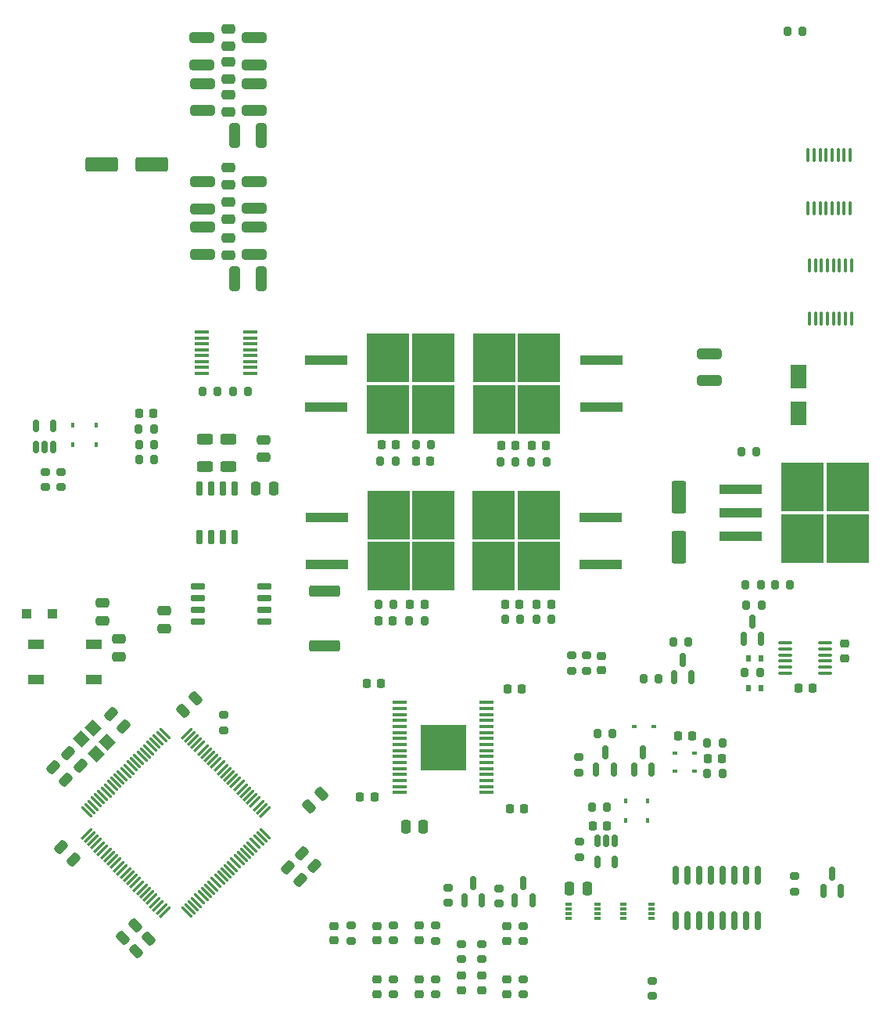
<source format=gtp>
%TF.GenerationSoftware,KiCad,Pcbnew,(6.0.7)*%
%TF.CreationDate,2022-10-10T22:00:34-03:00*%
%TF.ProjectId,uEFI_rev3,75454649-5f72-4657-9633-2e6b69636164,v3.0*%
%TF.SameCoordinates,Original*%
%TF.FileFunction,Paste,Top*%
%TF.FilePolarity,Positive*%
%FSLAX46Y46*%
G04 Gerber Fmt 4.6, Leading zero omitted, Abs format (unit mm)*
G04 Created by KiCad (PCBNEW (6.0.7)) date 2022-10-10 22:00:34*
%MOMM*%
%LPD*%
G01*
G04 APERTURE LIST*
G04 Aperture macros list*
%AMRoundRect*
0 Rectangle with rounded corners*
0 $1 Rounding radius*
0 $2 $3 $4 $5 $6 $7 $8 $9 X,Y pos of 4 corners*
0 Add a 4 corners polygon primitive as box body*
4,1,4,$2,$3,$4,$5,$6,$7,$8,$9,$2,$3,0*
0 Add four circle primitives for the rounded corners*
1,1,$1+$1,$2,$3*
1,1,$1+$1,$4,$5*
1,1,$1+$1,$6,$7*
1,1,$1+$1,$8,$9*
0 Add four rect primitives between the rounded corners*
20,1,$1+$1,$2,$3,$4,$5,0*
20,1,$1+$1,$4,$5,$6,$7,0*
20,1,$1+$1,$6,$7,$8,$9,0*
20,1,$1+$1,$8,$9,$2,$3,0*%
%AMRotRect*
0 Rectangle, with rotation*
0 The origin of the aperture is its center*
0 $1 length*
0 $2 width*
0 $3 Rotation angle, in degrees counterclockwise*
0 Add horizontal line*
21,1,$1,$2,0,0,$3*%
G04 Aperture macros list end*
%ADD10R,1.600200X0.431800*%
%ADD11R,4.953000X4.953000*%
%ADD12RoundRect,0.225000X0.225000X0.250000X-0.225000X0.250000X-0.225000X-0.250000X0.225000X-0.250000X0*%
%ADD13RoundRect,0.200000X0.200000X0.275000X-0.200000X0.275000X-0.200000X-0.275000X0.200000X-0.275000X0*%
%ADD14RoundRect,0.200000X-0.200000X-0.275000X0.200000X-0.275000X0.200000X0.275000X-0.200000X0.275000X0*%
%ADD15RoundRect,0.150000X0.150000X-0.512500X0.150000X0.512500X-0.150000X0.512500X-0.150000X-0.512500X0*%
%ADD16RoundRect,0.200000X-0.275000X0.200000X-0.275000X-0.200000X0.275000X-0.200000X0.275000X0.200000X0*%
%ADD17RoundRect,0.200000X0.275000X-0.200000X0.275000X0.200000X-0.275000X0.200000X-0.275000X-0.200000X0*%
%ADD18R,0.600000X0.700000*%
%ADD19RoundRect,0.225000X-0.225000X-0.250000X0.225000X-0.250000X0.225000X0.250000X-0.225000X0.250000X0*%
%ADD20RoundRect,0.250000X0.250000X0.475000X-0.250000X0.475000X-0.250000X-0.475000X0.250000X-0.475000X0*%
%ADD21RoundRect,0.250000X0.512652X0.159099X0.159099X0.512652X-0.512652X-0.159099X-0.159099X-0.512652X0*%
%ADD22RoundRect,0.250000X0.475000X-0.250000X0.475000X0.250000X-0.475000X0.250000X-0.475000X-0.250000X0*%
%ADD23RoundRect,0.150000X0.150000X-0.587500X0.150000X0.587500X-0.150000X0.587500X-0.150000X-0.587500X0*%
%ADD24RoundRect,0.218750X-0.256250X0.218750X-0.256250X-0.218750X0.256250X-0.218750X0.256250X0.218750X0*%
%ADD25RoundRect,0.250000X0.550000X-1.500000X0.550000X1.500000X-0.550000X1.500000X-0.550000X-1.500000X0*%
%ADD26RoundRect,0.150000X-0.150000X0.825000X-0.150000X-0.825000X0.150000X-0.825000X0.150000X0.825000X0*%
%ADD27RoundRect,0.250000X-0.512652X-0.159099X-0.159099X-0.512652X0.512652X0.159099X0.159099X0.512652X0*%
%ADD28R,0.450000X0.600000*%
%ADD29RoundRect,0.100000X0.100000X-0.637500X0.100000X0.637500X-0.100000X0.637500X-0.100000X-0.637500X0*%
%ADD30R,1.100000X1.100000*%
%ADD31R,0.800000X0.300000*%
%ADD32RoundRect,0.100000X-0.625000X-0.100000X0.625000X-0.100000X0.625000X0.100000X-0.625000X0.100000X0*%
%ADD33RoundRect,0.250000X-1.075000X0.312500X-1.075000X-0.312500X1.075000X-0.312500X1.075000X0.312500X0*%
%ADD34RoundRect,0.075000X-0.565685X0.459619X0.459619X-0.565685X0.565685X-0.459619X-0.459619X0.565685X0*%
%ADD35RoundRect,0.075000X-0.565685X-0.459619X-0.459619X-0.565685X0.565685X0.459619X0.459619X0.565685X0*%
%ADD36R,1.800000X2.500000*%
%ADD37R,0.600000X0.450000*%
%ADD38RoundRect,0.250000X0.159099X-0.512652X0.512652X-0.159099X-0.159099X0.512652X-0.512652X0.159099X0*%
%ADD39RoundRect,0.250000X-0.625000X0.312500X-0.625000X-0.312500X0.625000X-0.312500X0.625000X0.312500X0*%
%ADD40R,4.550000X5.250000*%
%ADD41R,4.600000X1.100000*%
%ADD42RoundRect,0.250000X-0.159099X0.512652X-0.512652X0.159099X0.159099X-0.512652X0.512652X-0.159099X0*%
%ADD43RoundRect,0.250000X-1.500000X-0.550000X1.500000X-0.550000X1.500000X0.550000X-1.500000X0.550000X0*%
%ADD44RoundRect,0.150000X-0.650000X-0.150000X0.650000X-0.150000X0.650000X0.150000X-0.650000X0.150000X0*%
%ADD45RoundRect,0.250000X-0.250000X-0.475000X0.250000X-0.475000X0.250000X0.475000X-0.250000X0.475000X0*%
%ADD46RoundRect,0.250000X-1.425000X0.362500X-1.425000X-0.362500X1.425000X-0.362500X1.425000X0.362500X0*%
%ADD47RoundRect,0.250000X0.312500X1.075000X-0.312500X1.075000X-0.312500X-1.075000X0.312500X-1.075000X0*%
%ADD48RoundRect,0.150000X-0.150000X0.512500X-0.150000X-0.512500X0.150000X-0.512500X0.150000X0.512500X0*%
%ADD49RoundRect,0.225000X-0.250000X0.225000X-0.250000X-0.225000X0.250000X-0.225000X0.250000X0.225000X0*%
%ADD50RoundRect,0.250000X-0.475000X0.250000X-0.475000X-0.250000X0.475000X-0.250000X0.475000X0.250000X0*%
%ADD51RoundRect,0.225000X0.250000X-0.225000X0.250000X0.225000X-0.250000X0.225000X-0.250000X-0.225000X0*%
%ADD52R,1.640000X0.410000*%
%ADD53R,1.700000X1.000000*%
%ADD54RoundRect,0.250000X1.075000X-0.312500X1.075000X0.312500X-1.075000X0.312500X-1.075000X-0.312500X0*%
%ADD55RoundRect,0.150000X0.150000X-0.650000X0.150000X0.650000X-0.150000X0.650000X-0.150000X-0.650000X0*%
%ADD56RotRect,1.400000X1.200000X135.000000*%
G04 APERTURE END LIST*
D10*
%TO.C,U1*%
X101092000Y-118059200D03*
X101092000Y-118719600D03*
X101092000Y-119354600D03*
X101092000Y-120015000D03*
X101092000Y-120650000D03*
X101092000Y-121310400D03*
X101092000Y-121970800D03*
X101092000Y-122605800D03*
X101092000Y-123266200D03*
X101092000Y-123901200D03*
X101092000Y-124561600D03*
X101092000Y-125222000D03*
X101092000Y-125857000D03*
X101092000Y-126517400D03*
X101092000Y-127152400D03*
X101092000Y-127812800D03*
X110490000Y-127812800D03*
X110490000Y-127152400D03*
X110490000Y-126517400D03*
X110490000Y-125857000D03*
X110490000Y-125222000D03*
X110490000Y-124561600D03*
X110490000Y-123901200D03*
X110490000Y-123266200D03*
X110490000Y-122605800D03*
X110490000Y-121970800D03*
X110490000Y-121310400D03*
X110490000Y-120650000D03*
X110490000Y-120015000D03*
X110490000Y-119354600D03*
X110490000Y-118719600D03*
X110490000Y-118059200D03*
D11*
X105791000Y-122936000D03*
%TD*%
D12*
%TO.C,C49*%
X74409500Y-86804500D03*
X72859500Y-86804500D03*
%TD*%
D13*
%TO.C,R87*%
X74459500Y-88455500D03*
X72809500Y-88455500D03*
%TD*%
%TO.C,R92*%
X74485000Y-90170000D03*
X72835000Y-90170000D03*
%TD*%
D14*
%TO.C,R97*%
X72835000Y-91821000D03*
X74485000Y-91821000D03*
%TD*%
D15*
%TO.C,U31*%
X61661000Y-90418500D03*
X62611000Y-90418500D03*
X63561000Y-90418500D03*
X63561000Y-88143500D03*
X61661000Y-88143500D03*
%TD*%
D16*
%TO.C,R108*%
X64389000Y-93125300D03*
X64389000Y-94775300D03*
%TD*%
D17*
%TO.C,R109*%
X62746800Y-94767100D03*
X62746800Y-93117100D03*
%TD*%
D14*
%TO.C,R122*%
X82995000Y-84455000D03*
X84645000Y-84455000D03*
%TD*%
D18*
%TO.C,D2*%
X138800000Y-113298000D03*
X140200000Y-113298000D03*
%TD*%
D19*
%TO.C,C21*%
X115909000Y-107442000D03*
X117459000Y-107442000D03*
%TD*%
D16*
%TO.C,R34*%
X120500000Y-123975000D03*
X120500000Y-125625000D03*
%TD*%
D17*
%TO.C,R4*%
X100400000Y-149625000D03*
X100400000Y-147975000D03*
%TD*%
D20*
%TO.C,C14*%
X121350000Y-138150000D03*
X119450000Y-138150000D03*
%TD*%
D21*
%TO.C,C11*%
X64921751Y-126421751D03*
X63578249Y-125078249D03*
%TD*%
D22*
%TO.C,C9*%
X70699000Y-113101600D03*
X70699000Y-111201600D03*
%TD*%
D23*
%TO.C,U8*%
X146950000Y-138437500D03*
X148850000Y-138437500D03*
X147900000Y-136562500D03*
%TD*%
D17*
%TO.C,R27*%
X105000000Y-143850000D03*
X105000000Y-142200000D03*
%TD*%
D23*
%TO.C,Q5*%
X138300000Y-111187500D03*
X140200000Y-111187500D03*
X139250000Y-109312500D03*
%TD*%
D14*
%TO.C,R11*%
X111982000Y-92070000D03*
X113632000Y-92070000D03*
%TD*%
D17*
%TO.C,R24*%
X107800000Y-145825000D03*
X107800000Y-144175000D03*
%TD*%
D14*
%TO.C,R12*%
X112459000Y-109042000D03*
X114109000Y-109042000D03*
%TD*%
D12*
%TO.C,C27*%
X114567000Y-129590800D03*
X113017000Y-129590800D03*
%TD*%
%TO.C,C23*%
X113607000Y-90270000D03*
X112057000Y-90270000D03*
%TD*%
D19*
%TO.C,C33*%
X144225000Y-116500000D03*
X145775000Y-116500000D03*
%TD*%
D24*
%TO.C,D7*%
X107800000Y-147612500D03*
X107800000Y-149187500D03*
%TD*%
D25*
%TO.C,C31*%
X131318000Y-101252000D03*
X131318000Y-95852000D03*
%TD*%
D24*
%TO.C,D1*%
X103200000Y-148012500D03*
X103200000Y-149587500D03*
%TD*%
D21*
%TO.C,C13*%
X65771751Y-135071751D03*
X64428249Y-133728249D03*
%TD*%
D12*
%TO.C,C25*%
X100632000Y-90170000D03*
X99082000Y-90170000D03*
%TD*%
D17*
%TO.C,R25*%
X95800000Y-143825000D03*
X95800000Y-142175000D03*
%TD*%
D26*
%TO.C,U2*%
X139845000Y-136725000D03*
X138575000Y-136725000D03*
X137305000Y-136725000D03*
X136035000Y-136725000D03*
X134765000Y-136725000D03*
X133495000Y-136725000D03*
X132225000Y-136725000D03*
X130955000Y-136725000D03*
X130955000Y-141675000D03*
X132225000Y-141675000D03*
X133495000Y-141675000D03*
X134765000Y-141675000D03*
X136035000Y-141675000D03*
X137305000Y-141675000D03*
X138575000Y-141675000D03*
X139845000Y-141675000D03*
%TD*%
D27*
%TO.C,C3*%
X65151000Y-123571000D03*
X66494502Y-124914502D03*
%TD*%
D14*
%TO.C,R14*%
X102118000Y-109220000D03*
X103768000Y-109220000D03*
%TD*%
D22*
%TO.C,C54*%
X82542400Y-69704000D03*
X82542400Y-67804000D03*
%TD*%
D28*
%TO.C,D17*%
X65659000Y-88104000D03*
X65659000Y-90204000D03*
%TD*%
D13*
%TO.C,R15*%
X116982000Y-92070000D03*
X115332000Y-92070000D03*
%TD*%
D29*
%TO.C,U20*%
X145426000Y-76522500D03*
X146076000Y-76522500D03*
X146726000Y-76522500D03*
X147376000Y-76522500D03*
X148026000Y-76522500D03*
X148676000Y-76522500D03*
X149326000Y-76522500D03*
X149976000Y-76522500D03*
X149976000Y-70797500D03*
X149326000Y-70797500D03*
X148676000Y-70797500D03*
X148026000Y-70797500D03*
X147376000Y-70797500D03*
X146726000Y-70797500D03*
X146076000Y-70797500D03*
X145426000Y-70797500D03*
%TD*%
D24*
%TO.C,D6*%
X110000000Y-147612500D03*
X110000000Y-149187500D03*
%TD*%
D30*
%TO.C,D14*%
X60650000Y-108500000D03*
X63450000Y-108500000D03*
%TD*%
D29*
%TO.C,U22*%
X145299000Y-64584500D03*
X145949000Y-64584500D03*
X146599000Y-64584500D03*
X147249000Y-64584500D03*
X147899000Y-64584500D03*
X148549000Y-64584500D03*
X149199000Y-64584500D03*
X149849000Y-64584500D03*
X149849000Y-58859500D03*
X149199000Y-58859500D03*
X148549000Y-58859500D03*
X147899000Y-58859500D03*
X147249000Y-58859500D03*
X146599000Y-58859500D03*
X145949000Y-58859500D03*
X145299000Y-58859500D03*
%TD*%
D24*
%TO.C,D10*%
X103200000Y-142200000D03*
X103200000Y-143775000D03*
%TD*%
D31*
%TO.C,U11*%
X119350000Y-139900000D03*
X119350000Y-140400000D03*
X119350000Y-140900000D03*
X119350000Y-141400000D03*
X122450000Y-141400000D03*
X122450000Y-140900000D03*
X122450000Y-140400000D03*
X122450000Y-139900000D03*
%TD*%
D28*
%TO.C,D20*%
X68199000Y-90204000D03*
X68199000Y-88104000D03*
%TD*%
D16*
%TO.C,R7*%
X121285000Y-112967000D03*
X121285000Y-114617000D03*
%TD*%
D32*
%TO.C,U6*%
X142850000Y-111625000D03*
X142850000Y-112275000D03*
X142850000Y-112925000D03*
X142850000Y-113575000D03*
X142850000Y-114225000D03*
X142850000Y-114875000D03*
X147150000Y-114875000D03*
X147150000Y-114225000D03*
X147150000Y-113575000D03*
X147150000Y-112925000D03*
X147150000Y-112275000D03*
X147150000Y-111625000D03*
%TD*%
D33*
%TO.C,R116*%
X85328000Y-46172700D03*
X85328000Y-49097700D03*
%TD*%
D23*
%TO.C,Q8*%
X113529334Y-139467763D03*
X115429334Y-139467763D03*
X114479334Y-137592763D03*
%TD*%
D14*
%TO.C,R58*%
X127475000Y-115500000D03*
X129125000Y-115500000D03*
%TD*%
D16*
%TO.C,R31*%
X111812334Y-138164763D03*
X111812334Y-139814763D03*
%TD*%
D34*
%TO.C,U3*%
X75650596Y-121394315D03*
X75297043Y-121747868D03*
X74943489Y-122101422D03*
X74589936Y-122454975D03*
X74236383Y-122808528D03*
X73882829Y-123162082D03*
X73529276Y-123515635D03*
X73175722Y-123869189D03*
X72822169Y-124222742D03*
X72468616Y-124576295D03*
X72115062Y-124929849D03*
X71761509Y-125283402D03*
X71407955Y-125636955D03*
X71054402Y-125990509D03*
X70700849Y-126344062D03*
X70347295Y-126697616D03*
X69993742Y-127051169D03*
X69640189Y-127404722D03*
X69286635Y-127758276D03*
X68933082Y-128111829D03*
X68579528Y-128465383D03*
X68225975Y-128818936D03*
X67872422Y-129172489D03*
X67518868Y-129526043D03*
X67165315Y-129879596D03*
D35*
X67165315Y-132248404D03*
X67518868Y-132601957D03*
X67872422Y-132955511D03*
X68225975Y-133309064D03*
X68579528Y-133662617D03*
X68933082Y-134016171D03*
X69286635Y-134369724D03*
X69640189Y-134723278D03*
X69993742Y-135076831D03*
X70347295Y-135430384D03*
X70700849Y-135783938D03*
X71054402Y-136137491D03*
X71407955Y-136491045D03*
X71761509Y-136844598D03*
X72115062Y-137198151D03*
X72468616Y-137551705D03*
X72822169Y-137905258D03*
X73175722Y-138258811D03*
X73529276Y-138612365D03*
X73882829Y-138965918D03*
X74236383Y-139319472D03*
X74589936Y-139673025D03*
X74943489Y-140026578D03*
X75297043Y-140380132D03*
X75650596Y-140733685D03*
D34*
X78019404Y-140733685D03*
X78372957Y-140380132D03*
X78726511Y-140026578D03*
X79080064Y-139673025D03*
X79433617Y-139319472D03*
X79787171Y-138965918D03*
X80140724Y-138612365D03*
X80494278Y-138258811D03*
X80847831Y-137905258D03*
X81201384Y-137551705D03*
X81554938Y-137198151D03*
X81908491Y-136844598D03*
X82262045Y-136491045D03*
X82615598Y-136137491D03*
X82969151Y-135783938D03*
X83322705Y-135430384D03*
X83676258Y-135076831D03*
X84029811Y-134723278D03*
X84383365Y-134369724D03*
X84736918Y-134016171D03*
X85090472Y-133662617D03*
X85444025Y-133309064D03*
X85797578Y-132955511D03*
X86151132Y-132601957D03*
X86504685Y-132248404D03*
D35*
X86504685Y-129879596D03*
X86151132Y-129526043D03*
X85797578Y-129172489D03*
X85444025Y-128818936D03*
X85090472Y-128465383D03*
X84736918Y-128111829D03*
X84383365Y-127758276D03*
X84029811Y-127404722D03*
X83676258Y-127051169D03*
X83322705Y-126697616D03*
X82969151Y-126344062D03*
X82615598Y-125990509D03*
X82262045Y-125636955D03*
X81908491Y-125283402D03*
X81554938Y-124929849D03*
X81201384Y-124576295D03*
X80847831Y-124222742D03*
X80494278Y-123869189D03*
X80140724Y-123515635D03*
X79787171Y-123162082D03*
X79433617Y-122808528D03*
X79080064Y-122454975D03*
X78726511Y-122101422D03*
X78372957Y-121747868D03*
X78019404Y-121394315D03*
%TD*%
D28*
%TO.C,D28*%
X127925000Y-128697000D03*
X127925000Y-130797000D03*
%TD*%
D17*
%TO.C,R26*%
X100400000Y-143800000D03*
X100400000Y-142150000D03*
%TD*%
D24*
%TO.C,D12*%
X112700000Y-142262500D03*
X112700000Y-143837500D03*
%TD*%
D36*
%TO.C,D4*%
X144272000Y-82836000D03*
X144272000Y-86836000D03*
%TD*%
D27*
%TO.C,C16*%
X90506498Y-134406498D03*
X91850000Y-135750000D03*
%TD*%
D12*
%TO.C,C26*%
X100343000Y-109220000D03*
X98793000Y-109220000D03*
%TD*%
D37*
%TO.C,D16*%
X130880000Y-123530000D03*
X132980000Y-123530000D03*
%TD*%
D24*
%TO.C,D8*%
X94000000Y-142212500D03*
X94000000Y-143787500D03*
%TD*%
D38*
%TO.C,C15*%
X77650000Y-118950000D03*
X78993502Y-117606498D03*
%TD*%
D39*
%TO.C,R1*%
X80012000Y-89603900D03*
X80012000Y-92528900D03*
%TD*%
D37*
%TO.C,D11*%
X126458000Y-120650000D03*
X128558000Y-120650000D03*
%TD*%
D33*
%TO.C,R112*%
X79692400Y-61733200D03*
X79692400Y-64658200D03*
%TD*%
D22*
%TO.C,C57*%
X82513000Y-54210000D03*
X82513000Y-52310000D03*
%TD*%
D23*
%TO.C,Q11*%
X122350000Y-125337500D03*
X124250000Y-125337500D03*
X123300000Y-123462500D03*
%TD*%
D40*
%TO.C,Q1*%
X104736000Y-97778000D03*
X99886000Y-97778000D03*
X104736000Y-103328000D03*
X99886000Y-103328000D03*
D41*
X93161000Y-98013000D03*
X93161000Y-103093000D03*
%TD*%
D16*
%TO.C,R46*%
X128397000Y-148146000D03*
X128397000Y-149796000D03*
%TD*%
D42*
%TO.C,C7*%
X72426751Y-142203249D03*
X71083249Y-143546751D03*
%TD*%
D16*
%TO.C,R6*%
X119685000Y-112967000D03*
X119685000Y-114617000D03*
%TD*%
D33*
%TO.C,R119*%
X79713000Y-51143000D03*
X79713000Y-54068000D03*
%TD*%
D37*
%TO.C,D19*%
X130850000Y-125500000D03*
X132950000Y-125500000D03*
%TD*%
D27*
%TO.C,C8*%
X88978249Y-135878249D03*
X90321751Y-137221751D03*
%TD*%
D43*
%TO.C,C42*%
X68800000Y-59900000D03*
X74200000Y-59900000D03*
%TD*%
D19*
%TO.C,C18*%
X102832000Y-91970000D03*
X104382000Y-91970000D03*
%TD*%
D44*
%TO.C,U7*%
X79204000Y-105537000D03*
X79204000Y-106807000D03*
X79204000Y-108077000D03*
X79204000Y-109347000D03*
X86404000Y-109347000D03*
X86404000Y-108077000D03*
X86404000Y-106807000D03*
X86404000Y-105537000D03*
%TD*%
D14*
%TO.C,R22*%
X138511000Y-105360000D03*
X140161000Y-105360000D03*
%TD*%
D45*
%TO.C,C5*%
X85500000Y-94950000D03*
X87400000Y-94950000D03*
%TD*%
D46*
%TO.C,R8*%
X92964000Y-106003500D03*
X92964000Y-111928500D03*
%TD*%
D14*
%TO.C,R33*%
X143066000Y-45466000D03*
X144716000Y-45466000D03*
%TD*%
%TO.C,R10*%
X98743000Y-107420000D03*
X100393000Y-107420000D03*
%TD*%
%TO.C,R59*%
X130675000Y-111500000D03*
X132325000Y-111500000D03*
%TD*%
D12*
%TO.C,C4*%
X132775000Y-121700000D03*
X131225000Y-121700000D03*
%TD*%
D24*
%TO.C,D5*%
X98600000Y-148012500D03*
X98600000Y-149587500D03*
%TD*%
D33*
%TO.C,R117*%
X79663000Y-46193000D03*
X79663000Y-49118000D03*
%TD*%
%TO.C,R118*%
X85328000Y-51111000D03*
X85328000Y-54036000D03*
%TD*%
D40*
%TO.C,Q4*%
X111252000Y-103340000D03*
X111252000Y-97790000D03*
X116102000Y-103340000D03*
X116102000Y-97790000D03*
D41*
X122827000Y-103105000D03*
X122827000Y-98025000D03*
%TD*%
D47*
%TO.C,R120*%
X86090000Y-56728400D03*
X83165000Y-56728400D03*
%TD*%
D23*
%TO.C,Q13*%
X130750000Y-115337500D03*
X132650000Y-115337500D03*
X131700000Y-113462500D03*
%TD*%
D14*
%TO.C,R36*%
X134375000Y-125700000D03*
X136025000Y-125700000D03*
%TD*%
D47*
%TO.C,R115*%
X86119400Y-72268600D03*
X83194400Y-72268600D03*
%TD*%
D23*
%TO.C,Q12*%
X126450000Y-125337500D03*
X128350000Y-125337500D03*
X127400000Y-123462500D03*
%TD*%
D31*
%TO.C,U10*%
X125250000Y-139900000D03*
X125250000Y-140400000D03*
X125250000Y-140900000D03*
X125250000Y-141400000D03*
X128350000Y-141400000D03*
X128350000Y-140900000D03*
X128350000Y-140400000D03*
X128350000Y-139900000D03*
%TD*%
D14*
%TO.C,R35*%
X122468500Y-121400000D03*
X124118500Y-121400000D03*
%TD*%
D13*
%TO.C,R121*%
X81343000Y-84455000D03*
X79693000Y-84455000D03*
%TD*%
D16*
%TO.C,R3*%
X105000000Y-147975000D03*
X105000000Y-149625000D03*
%TD*%
D24*
%TO.C,D13*%
X112700000Y-148012500D03*
X112700000Y-149587500D03*
%TD*%
D14*
%TO.C,R38*%
X134375000Y-122400000D03*
X136025000Y-122400000D03*
%TD*%
D40*
%TO.C,U4*%
X144714000Y-94761000D03*
X144714000Y-100311000D03*
X149564000Y-100311000D03*
X149564000Y-94761000D03*
D41*
X137989000Y-94996000D03*
X137989000Y-97536000D03*
X137989000Y-100076000D03*
%TD*%
D19*
%TO.C,C1*%
X134425000Y-124100000D03*
X135975000Y-124100000D03*
%TD*%
D24*
%TO.C,D9*%
X98600000Y-142225000D03*
X98600000Y-143800000D03*
%TD*%
D38*
%TO.C,C12*%
X91228249Y-129322751D03*
X92571751Y-127979249D03*
%TD*%
D48*
%TO.C,U27*%
X124369000Y-133054500D03*
X123419000Y-133054500D03*
X122469000Y-133054500D03*
X122469000Y-135329500D03*
X124369000Y-135329500D03*
%TD*%
D12*
%TO.C,C24*%
X114059000Y-107442000D03*
X112509000Y-107442000D03*
%TD*%
D49*
%TO.C,C36*%
X149250000Y-111725000D03*
X149250000Y-113275000D03*
%TD*%
D50*
%TO.C,C55*%
X82513000Y-48754000D03*
X82513000Y-50654000D03*
%TD*%
D13*
%TO.C,R19*%
X140253000Y-107500000D03*
X138603000Y-107500000D03*
%TD*%
%TO.C,R82*%
X123543000Y-129366000D03*
X121893000Y-129366000D03*
%TD*%
D50*
%TO.C,C52*%
X82542400Y-63928000D03*
X82542400Y-65828000D03*
%TD*%
D42*
%TO.C,C6*%
X73914000Y-143637000D03*
X72570498Y-144980502D03*
%TD*%
D17*
%TO.C,R2*%
X82000000Y-121050000D03*
X82000000Y-119400000D03*
%TD*%
D19*
%TO.C,C20*%
X115357000Y-90270000D03*
X116907000Y-90270000D03*
%TD*%
%TO.C,C29*%
X96786400Y-128270000D03*
X98336400Y-128270000D03*
%TD*%
D33*
%TO.C,R114*%
X79742400Y-66683200D03*
X79742400Y-69608200D03*
%TD*%
D40*
%TO.C,Q2*%
X99836000Y-80815600D03*
X104686000Y-80815600D03*
X99836000Y-86365600D03*
X104686000Y-86365600D03*
D41*
X93111000Y-81050600D03*
X93111000Y-86130600D03*
%TD*%
D18*
%TO.C,D3*%
X140200000Y-116500000D03*
X138800000Y-116500000D03*
%TD*%
D13*
%TO.C,R16*%
X117534000Y-109042000D03*
X115884000Y-109042000D03*
%TD*%
%TO.C,R23*%
X143361000Y-105360000D03*
X141711000Y-105360000D03*
%TD*%
D40*
%TO.C,Q3*%
X116182000Y-80796600D03*
X116182000Y-86346600D03*
X111332000Y-80796600D03*
X111332000Y-86346600D03*
D41*
X122907000Y-86111600D03*
X122907000Y-81031600D03*
%TD*%
D14*
%TO.C,R9*%
X98982000Y-91970000D03*
X100632000Y-91970000D03*
%TD*%
D17*
%TO.C,R83*%
X120559000Y-134763000D03*
X120559000Y-133113000D03*
%TD*%
D12*
%TO.C,C28*%
X114287600Y-116636800D03*
X112737600Y-116636800D03*
%TD*%
D51*
%TO.C,C22*%
X122885000Y-114567000D03*
X122885000Y-113017000D03*
%TD*%
D13*
%TO.C,R20*%
X139700000Y-90932000D03*
X138050000Y-90932000D03*
%TD*%
D12*
%TO.C,C51*%
X123493000Y-131398000D03*
X121943000Y-131398000D03*
%TD*%
D33*
%TO.C,R81*%
X85357400Y-61712900D03*
X85357400Y-64637900D03*
%TD*%
D52*
%TO.C,U36*%
X79655000Y-77990700D03*
X79655000Y-78625700D03*
X79655000Y-79260700D03*
X79655000Y-79895700D03*
X79655000Y-80530700D03*
X79655000Y-81165700D03*
X79655000Y-81800700D03*
X79655000Y-82435700D03*
X84925000Y-82435700D03*
X84925000Y-81800700D03*
X84925000Y-81165700D03*
X84925000Y-80530700D03*
X84925000Y-79895700D03*
X84925000Y-79260700D03*
X84925000Y-78625700D03*
X84925000Y-77990700D03*
%TD*%
D23*
%TO.C,Q9*%
X108068334Y-139467763D03*
X109968334Y-139467763D03*
X109018334Y-137592763D03*
%TD*%
D21*
%TO.C,C2*%
X71156751Y-120686751D03*
X69813249Y-119343249D03*
%TD*%
D39*
%TO.C,R28*%
X82552000Y-89603900D03*
X82552000Y-92528900D03*
%TD*%
D53*
%TO.C,SW1*%
X61700000Y-111800000D03*
X68000000Y-111800000D03*
X68000000Y-115600000D03*
X61700000Y-115600000D03*
%TD*%
D33*
%TO.C,R113*%
X85357400Y-66651200D03*
X85357400Y-69576200D03*
%TD*%
D20*
%TO.C,C10*%
X103616800Y-131521200D03*
X101716800Y-131521200D03*
%TD*%
D50*
%TO.C,C17*%
X75565000Y-108143000D03*
X75565000Y-110043000D03*
%TD*%
%TO.C,C34*%
X86362000Y-89674400D03*
X86362000Y-91574400D03*
%TD*%
D12*
%TO.C,C19*%
X103743000Y-107420000D03*
X102193000Y-107420000D03*
%TD*%
D54*
%TO.C,R21*%
X134620000Y-83250500D03*
X134620000Y-80325500D03*
%TD*%
D17*
%TO.C,R55*%
X143820000Y-138516000D03*
X143820000Y-136866000D03*
%TD*%
D14*
%TO.C,R17*%
X138425000Y-114822000D03*
X140075000Y-114822000D03*
%TD*%
D55*
%TO.C,U15*%
X79425800Y-100186000D03*
X80695800Y-100186000D03*
X81965800Y-100186000D03*
X83235800Y-100186000D03*
X83235800Y-94886000D03*
X81965800Y-94886000D03*
X80695800Y-94886000D03*
X79425800Y-94886000D03*
%TD*%
D17*
%TO.C,R5*%
X110000000Y-145825000D03*
X110000000Y-144175000D03*
%TD*%
D16*
%TO.C,R30*%
X114450000Y-147975000D03*
X114450000Y-149625000D03*
%TD*%
D22*
%TO.C,C41*%
X68900000Y-109200000D03*
X68900000Y-107300000D03*
%TD*%
D17*
%TO.C,R29*%
X114450000Y-143875000D03*
X114450000Y-142225000D03*
%TD*%
D50*
%TO.C,C56*%
X82513000Y-45198000D03*
X82513000Y-47098000D03*
%TD*%
D28*
%TO.C,D25*%
X125512000Y-130797000D03*
X125512000Y-128697000D03*
%TD*%
D50*
%TO.C,C53*%
X82542400Y-60184000D03*
X82542400Y-62084000D03*
%TD*%
D56*
%TO.C,Y1*%
X69397000Y-122388200D03*
X67841365Y-120832565D03*
X66639284Y-122034646D03*
X68194919Y-123590281D03*
%TD*%
D13*
%TO.C,R13*%
X104457000Y-90170000D03*
X102807000Y-90170000D03*
%TD*%
D19*
%TO.C,C30*%
X97475000Y-116000000D03*
X99025000Y-116000000D03*
%TD*%
D16*
%TO.C,R32*%
X106351334Y-138086263D03*
X106351334Y-139736263D03*
%TD*%
M02*

</source>
